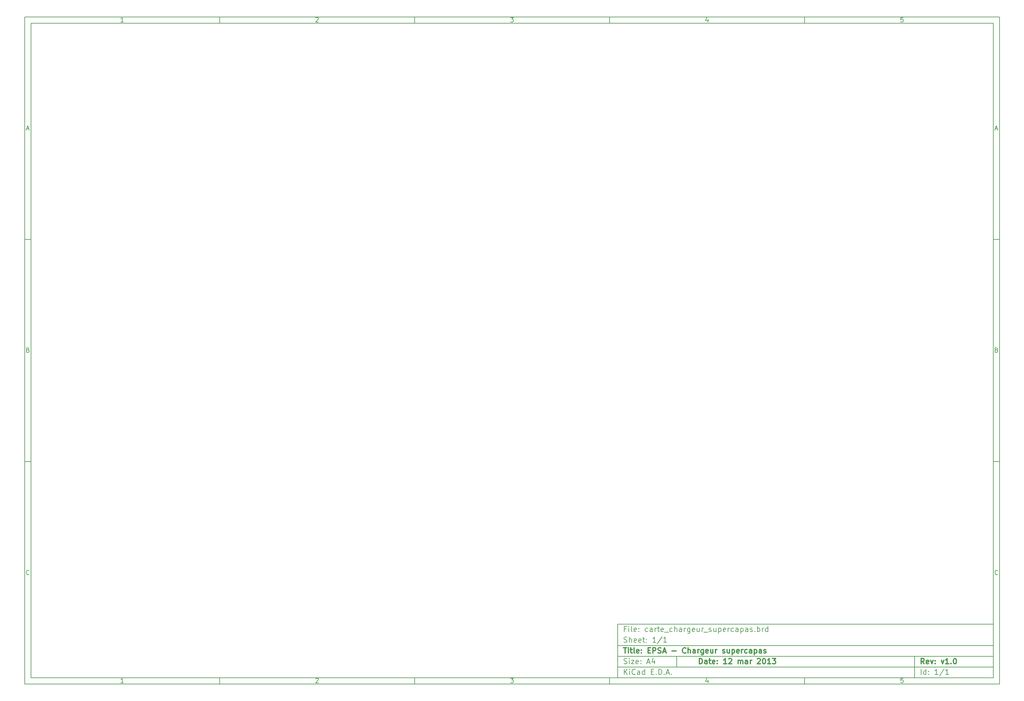
<source format=gbo>
G04 (created by PCBNEW-RS274X (2012-01-19 BZR 3256)-stable) date 12/03/2013 15:56:57*
G01*
G70*
G90*
%MOIN*%
G04 Gerber Fmt 3.4, Leading zero omitted, Abs format*
%FSLAX34Y34*%
G04 APERTURE LIST*
%ADD10C,0.006000*%
%ADD11C,0.012000*%
%ADD12C,0.090000*%
%ADD13R,0.090000X0.090000*%
%ADD14C,0.085000*%
%ADD15C,0.100000*%
%ADD16R,0.110000X0.110000*%
%ADD17C,0.110000*%
%ADD18C,0.095000*%
%ADD19R,0.095000X0.095000*%
%ADD20R,0.110000X0.082000*%
%ADD21O,0.110000X0.082000*%
%ADD22C,0.270000*%
%ADD23R,0.370000X0.370000*%
%ADD24R,0.120000X0.120000*%
%ADD25C,0.120000*%
G04 APERTURE END LIST*
G54D10*
X04000Y-04000D02*
X113000Y-04000D01*
X113000Y-78670D01*
X04000Y-78670D01*
X04000Y-04000D01*
X04700Y-04700D02*
X112300Y-04700D01*
X112300Y-77970D01*
X04700Y-77970D01*
X04700Y-04700D01*
X25800Y-04000D02*
X25800Y-04700D01*
X15043Y-04552D02*
X14757Y-04552D01*
X14900Y-04552D02*
X14900Y-04052D01*
X14852Y-04124D01*
X14805Y-04171D01*
X14757Y-04195D01*
X25800Y-78670D02*
X25800Y-77970D01*
X15043Y-78522D02*
X14757Y-78522D01*
X14900Y-78522D02*
X14900Y-78022D01*
X14852Y-78094D01*
X14805Y-78141D01*
X14757Y-78165D01*
X47600Y-04000D02*
X47600Y-04700D01*
X36557Y-04100D02*
X36581Y-04076D01*
X36629Y-04052D01*
X36748Y-04052D01*
X36795Y-04076D01*
X36819Y-04100D01*
X36843Y-04148D01*
X36843Y-04195D01*
X36819Y-04267D01*
X36533Y-04552D01*
X36843Y-04552D01*
X47600Y-78670D02*
X47600Y-77970D01*
X36557Y-78070D02*
X36581Y-78046D01*
X36629Y-78022D01*
X36748Y-78022D01*
X36795Y-78046D01*
X36819Y-78070D01*
X36843Y-78118D01*
X36843Y-78165D01*
X36819Y-78237D01*
X36533Y-78522D01*
X36843Y-78522D01*
X69400Y-04000D02*
X69400Y-04700D01*
X58333Y-04052D02*
X58643Y-04052D01*
X58476Y-04243D01*
X58548Y-04243D01*
X58595Y-04267D01*
X58619Y-04290D01*
X58643Y-04338D01*
X58643Y-04457D01*
X58619Y-04505D01*
X58595Y-04529D01*
X58548Y-04552D01*
X58405Y-04552D01*
X58357Y-04529D01*
X58333Y-04505D01*
X69400Y-78670D02*
X69400Y-77970D01*
X58333Y-78022D02*
X58643Y-78022D01*
X58476Y-78213D01*
X58548Y-78213D01*
X58595Y-78237D01*
X58619Y-78260D01*
X58643Y-78308D01*
X58643Y-78427D01*
X58619Y-78475D01*
X58595Y-78499D01*
X58548Y-78522D01*
X58405Y-78522D01*
X58357Y-78499D01*
X58333Y-78475D01*
X91200Y-04000D02*
X91200Y-04700D01*
X80395Y-04219D02*
X80395Y-04552D01*
X80276Y-04029D02*
X80157Y-04386D01*
X80467Y-04386D01*
X91200Y-78670D02*
X91200Y-77970D01*
X80395Y-78189D02*
X80395Y-78522D01*
X80276Y-77999D02*
X80157Y-78356D01*
X80467Y-78356D01*
X102219Y-04052D02*
X101981Y-04052D01*
X101957Y-04290D01*
X101981Y-04267D01*
X102029Y-04243D01*
X102148Y-04243D01*
X102195Y-04267D01*
X102219Y-04290D01*
X102243Y-04338D01*
X102243Y-04457D01*
X102219Y-04505D01*
X102195Y-04529D01*
X102148Y-04552D01*
X102029Y-04552D01*
X101981Y-04529D01*
X101957Y-04505D01*
X102219Y-78022D02*
X101981Y-78022D01*
X101957Y-78260D01*
X101981Y-78237D01*
X102029Y-78213D01*
X102148Y-78213D01*
X102195Y-78237D01*
X102219Y-78260D01*
X102243Y-78308D01*
X102243Y-78427D01*
X102219Y-78475D01*
X102195Y-78499D01*
X102148Y-78522D01*
X102029Y-78522D01*
X101981Y-78499D01*
X101957Y-78475D01*
X04000Y-28890D02*
X04700Y-28890D01*
X04231Y-16510D02*
X04469Y-16510D01*
X04184Y-16652D02*
X04350Y-16152D01*
X04517Y-16652D01*
X113000Y-28890D02*
X112300Y-28890D01*
X112531Y-16510D02*
X112769Y-16510D01*
X112484Y-16652D02*
X112650Y-16152D01*
X112817Y-16652D01*
X04000Y-53780D02*
X04700Y-53780D01*
X04386Y-41280D02*
X04457Y-41304D01*
X04481Y-41328D01*
X04505Y-41376D01*
X04505Y-41447D01*
X04481Y-41495D01*
X04457Y-41519D01*
X04410Y-41542D01*
X04219Y-41542D01*
X04219Y-41042D01*
X04386Y-41042D01*
X04433Y-41066D01*
X04457Y-41090D01*
X04481Y-41138D01*
X04481Y-41185D01*
X04457Y-41233D01*
X04433Y-41257D01*
X04386Y-41280D01*
X04219Y-41280D01*
X113000Y-53780D02*
X112300Y-53780D01*
X112686Y-41280D02*
X112757Y-41304D01*
X112781Y-41328D01*
X112805Y-41376D01*
X112805Y-41447D01*
X112781Y-41495D01*
X112757Y-41519D01*
X112710Y-41542D01*
X112519Y-41542D01*
X112519Y-41042D01*
X112686Y-41042D01*
X112733Y-41066D01*
X112757Y-41090D01*
X112781Y-41138D01*
X112781Y-41185D01*
X112757Y-41233D01*
X112733Y-41257D01*
X112686Y-41280D01*
X112519Y-41280D01*
X04505Y-66385D02*
X04481Y-66409D01*
X04410Y-66432D01*
X04362Y-66432D01*
X04290Y-66409D01*
X04243Y-66361D01*
X04219Y-66313D01*
X04195Y-66218D01*
X04195Y-66147D01*
X04219Y-66051D01*
X04243Y-66004D01*
X04290Y-65956D01*
X04362Y-65932D01*
X04410Y-65932D01*
X04481Y-65956D01*
X04505Y-65980D01*
X112805Y-66385D02*
X112781Y-66409D01*
X112710Y-66432D01*
X112662Y-66432D01*
X112590Y-66409D01*
X112543Y-66361D01*
X112519Y-66313D01*
X112495Y-66218D01*
X112495Y-66147D01*
X112519Y-66051D01*
X112543Y-66004D01*
X112590Y-65956D01*
X112662Y-65932D01*
X112710Y-65932D01*
X112781Y-65956D01*
X112805Y-65980D01*
G54D11*
X79443Y-76413D02*
X79443Y-75813D01*
X79586Y-75813D01*
X79671Y-75841D01*
X79729Y-75899D01*
X79757Y-75956D01*
X79786Y-76070D01*
X79786Y-76156D01*
X79757Y-76270D01*
X79729Y-76327D01*
X79671Y-76384D01*
X79586Y-76413D01*
X79443Y-76413D01*
X80300Y-76413D02*
X80300Y-76099D01*
X80271Y-76041D01*
X80214Y-76013D01*
X80100Y-76013D01*
X80043Y-76041D01*
X80300Y-76384D02*
X80243Y-76413D01*
X80100Y-76413D01*
X80043Y-76384D01*
X80014Y-76327D01*
X80014Y-76270D01*
X80043Y-76213D01*
X80100Y-76184D01*
X80243Y-76184D01*
X80300Y-76156D01*
X80500Y-76013D02*
X80729Y-76013D01*
X80586Y-75813D02*
X80586Y-76327D01*
X80614Y-76384D01*
X80672Y-76413D01*
X80729Y-76413D01*
X81157Y-76384D02*
X81100Y-76413D01*
X80986Y-76413D01*
X80929Y-76384D01*
X80900Y-76327D01*
X80900Y-76099D01*
X80929Y-76041D01*
X80986Y-76013D01*
X81100Y-76013D01*
X81157Y-76041D01*
X81186Y-76099D01*
X81186Y-76156D01*
X80900Y-76213D01*
X81443Y-76356D02*
X81471Y-76384D01*
X81443Y-76413D01*
X81414Y-76384D01*
X81443Y-76356D01*
X81443Y-76413D01*
X81443Y-76041D02*
X81471Y-76070D01*
X81443Y-76099D01*
X81414Y-76070D01*
X81443Y-76041D01*
X81443Y-76099D01*
X82500Y-76413D02*
X82157Y-76413D01*
X82329Y-76413D02*
X82329Y-75813D01*
X82272Y-75899D01*
X82214Y-75956D01*
X82157Y-75984D01*
X82728Y-75870D02*
X82757Y-75841D01*
X82814Y-75813D01*
X82957Y-75813D01*
X83014Y-75841D01*
X83043Y-75870D01*
X83071Y-75927D01*
X83071Y-75984D01*
X83043Y-76070D01*
X82700Y-76413D01*
X83071Y-76413D01*
X83785Y-76413D02*
X83785Y-76013D01*
X83785Y-76070D02*
X83813Y-76041D01*
X83871Y-76013D01*
X83956Y-76013D01*
X84013Y-76041D01*
X84042Y-76099D01*
X84042Y-76413D01*
X84042Y-76099D02*
X84071Y-76041D01*
X84128Y-76013D01*
X84213Y-76013D01*
X84271Y-76041D01*
X84299Y-76099D01*
X84299Y-76413D01*
X84842Y-76413D02*
X84842Y-76099D01*
X84813Y-76041D01*
X84756Y-76013D01*
X84642Y-76013D01*
X84585Y-76041D01*
X84842Y-76384D02*
X84785Y-76413D01*
X84642Y-76413D01*
X84585Y-76384D01*
X84556Y-76327D01*
X84556Y-76270D01*
X84585Y-76213D01*
X84642Y-76184D01*
X84785Y-76184D01*
X84842Y-76156D01*
X85128Y-76413D02*
X85128Y-76013D01*
X85128Y-76127D02*
X85156Y-76070D01*
X85185Y-76041D01*
X85242Y-76013D01*
X85299Y-76013D01*
X85927Y-75870D02*
X85956Y-75841D01*
X86013Y-75813D01*
X86156Y-75813D01*
X86213Y-75841D01*
X86242Y-75870D01*
X86270Y-75927D01*
X86270Y-75984D01*
X86242Y-76070D01*
X85899Y-76413D01*
X86270Y-76413D01*
X86641Y-75813D02*
X86698Y-75813D01*
X86755Y-75841D01*
X86784Y-75870D01*
X86813Y-75927D01*
X86841Y-76041D01*
X86841Y-76184D01*
X86813Y-76299D01*
X86784Y-76356D01*
X86755Y-76384D01*
X86698Y-76413D01*
X86641Y-76413D01*
X86584Y-76384D01*
X86555Y-76356D01*
X86527Y-76299D01*
X86498Y-76184D01*
X86498Y-76041D01*
X86527Y-75927D01*
X86555Y-75870D01*
X86584Y-75841D01*
X86641Y-75813D01*
X87412Y-76413D02*
X87069Y-76413D01*
X87241Y-76413D02*
X87241Y-75813D01*
X87184Y-75899D01*
X87126Y-75956D01*
X87069Y-75984D01*
X87612Y-75813D02*
X87983Y-75813D01*
X87783Y-76041D01*
X87869Y-76041D01*
X87926Y-76070D01*
X87955Y-76099D01*
X87983Y-76156D01*
X87983Y-76299D01*
X87955Y-76356D01*
X87926Y-76384D01*
X87869Y-76413D01*
X87697Y-76413D01*
X87640Y-76384D01*
X87612Y-76356D01*
G54D10*
X71043Y-77613D02*
X71043Y-77013D01*
X71386Y-77613D02*
X71129Y-77270D01*
X71386Y-77013D02*
X71043Y-77356D01*
X71643Y-77613D02*
X71643Y-77213D01*
X71643Y-77013D02*
X71614Y-77041D01*
X71643Y-77070D01*
X71671Y-77041D01*
X71643Y-77013D01*
X71643Y-77070D01*
X72272Y-77556D02*
X72243Y-77584D01*
X72157Y-77613D01*
X72100Y-77613D01*
X72015Y-77584D01*
X71957Y-77527D01*
X71929Y-77470D01*
X71900Y-77356D01*
X71900Y-77270D01*
X71929Y-77156D01*
X71957Y-77099D01*
X72015Y-77041D01*
X72100Y-77013D01*
X72157Y-77013D01*
X72243Y-77041D01*
X72272Y-77070D01*
X72786Y-77613D02*
X72786Y-77299D01*
X72757Y-77241D01*
X72700Y-77213D01*
X72586Y-77213D01*
X72529Y-77241D01*
X72786Y-77584D02*
X72729Y-77613D01*
X72586Y-77613D01*
X72529Y-77584D01*
X72500Y-77527D01*
X72500Y-77470D01*
X72529Y-77413D01*
X72586Y-77384D01*
X72729Y-77384D01*
X72786Y-77356D01*
X73329Y-77613D02*
X73329Y-77013D01*
X73329Y-77584D02*
X73272Y-77613D01*
X73158Y-77613D01*
X73100Y-77584D01*
X73072Y-77556D01*
X73043Y-77499D01*
X73043Y-77327D01*
X73072Y-77270D01*
X73100Y-77241D01*
X73158Y-77213D01*
X73272Y-77213D01*
X73329Y-77241D01*
X74072Y-77299D02*
X74272Y-77299D01*
X74358Y-77613D02*
X74072Y-77613D01*
X74072Y-77013D01*
X74358Y-77013D01*
X74615Y-77556D02*
X74643Y-77584D01*
X74615Y-77613D01*
X74586Y-77584D01*
X74615Y-77556D01*
X74615Y-77613D01*
X74901Y-77613D02*
X74901Y-77013D01*
X75044Y-77013D01*
X75129Y-77041D01*
X75187Y-77099D01*
X75215Y-77156D01*
X75244Y-77270D01*
X75244Y-77356D01*
X75215Y-77470D01*
X75187Y-77527D01*
X75129Y-77584D01*
X75044Y-77613D01*
X74901Y-77613D01*
X75501Y-77556D02*
X75529Y-77584D01*
X75501Y-77613D01*
X75472Y-77584D01*
X75501Y-77556D01*
X75501Y-77613D01*
X75758Y-77441D02*
X76044Y-77441D01*
X75701Y-77613D02*
X75901Y-77013D01*
X76101Y-77613D01*
X76301Y-77556D02*
X76329Y-77584D01*
X76301Y-77613D01*
X76272Y-77584D01*
X76301Y-77556D01*
X76301Y-77613D01*
G54D11*
X104586Y-76413D02*
X104386Y-76127D01*
X104243Y-76413D02*
X104243Y-75813D01*
X104471Y-75813D01*
X104529Y-75841D01*
X104557Y-75870D01*
X104586Y-75927D01*
X104586Y-76013D01*
X104557Y-76070D01*
X104529Y-76099D01*
X104471Y-76127D01*
X104243Y-76127D01*
X105071Y-76384D02*
X105014Y-76413D01*
X104900Y-76413D01*
X104843Y-76384D01*
X104814Y-76327D01*
X104814Y-76099D01*
X104843Y-76041D01*
X104900Y-76013D01*
X105014Y-76013D01*
X105071Y-76041D01*
X105100Y-76099D01*
X105100Y-76156D01*
X104814Y-76213D01*
X105300Y-76013D02*
X105443Y-76413D01*
X105585Y-76013D01*
X105814Y-76356D02*
X105842Y-76384D01*
X105814Y-76413D01*
X105785Y-76384D01*
X105814Y-76356D01*
X105814Y-76413D01*
X105814Y-76041D02*
X105842Y-76070D01*
X105814Y-76099D01*
X105785Y-76070D01*
X105814Y-76041D01*
X105814Y-76099D01*
X106500Y-76013D02*
X106643Y-76413D01*
X106785Y-76013D01*
X107328Y-76413D02*
X106985Y-76413D01*
X107157Y-76413D02*
X107157Y-75813D01*
X107100Y-75899D01*
X107042Y-75956D01*
X106985Y-75984D01*
X107585Y-76356D02*
X107613Y-76384D01*
X107585Y-76413D01*
X107556Y-76384D01*
X107585Y-76356D01*
X107585Y-76413D01*
X107985Y-75813D02*
X108042Y-75813D01*
X108099Y-75841D01*
X108128Y-75870D01*
X108157Y-75927D01*
X108185Y-76041D01*
X108185Y-76184D01*
X108157Y-76299D01*
X108128Y-76356D01*
X108099Y-76384D01*
X108042Y-76413D01*
X107985Y-76413D01*
X107928Y-76384D01*
X107899Y-76356D01*
X107871Y-76299D01*
X107842Y-76184D01*
X107842Y-76041D01*
X107871Y-75927D01*
X107899Y-75870D01*
X107928Y-75841D01*
X107985Y-75813D01*
G54D10*
X71014Y-76384D02*
X71100Y-76413D01*
X71243Y-76413D01*
X71300Y-76384D01*
X71329Y-76356D01*
X71357Y-76299D01*
X71357Y-76241D01*
X71329Y-76184D01*
X71300Y-76156D01*
X71243Y-76127D01*
X71129Y-76099D01*
X71071Y-76070D01*
X71043Y-76041D01*
X71014Y-75984D01*
X71014Y-75927D01*
X71043Y-75870D01*
X71071Y-75841D01*
X71129Y-75813D01*
X71271Y-75813D01*
X71357Y-75841D01*
X71614Y-76413D02*
X71614Y-76013D01*
X71614Y-75813D02*
X71585Y-75841D01*
X71614Y-75870D01*
X71642Y-75841D01*
X71614Y-75813D01*
X71614Y-75870D01*
X71843Y-76013D02*
X72157Y-76013D01*
X71843Y-76413D01*
X72157Y-76413D01*
X72614Y-76384D02*
X72557Y-76413D01*
X72443Y-76413D01*
X72386Y-76384D01*
X72357Y-76327D01*
X72357Y-76099D01*
X72386Y-76041D01*
X72443Y-76013D01*
X72557Y-76013D01*
X72614Y-76041D01*
X72643Y-76099D01*
X72643Y-76156D01*
X72357Y-76213D01*
X72900Y-76356D02*
X72928Y-76384D01*
X72900Y-76413D01*
X72871Y-76384D01*
X72900Y-76356D01*
X72900Y-76413D01*
X72900Y-76041D02*
X72928Y-76070D01*
X72900Y-76099D01*
X72871Y-76070D01*
X72900Y-76041D01*
X72900Y-76099D01*
X73614Y-76241D02*
X73900Y-76241D01*
X73557Y-76413D02*
X73757Y-75813D01*
X73957Y-76413D01*
X74414Y-76013D02*
X74414Y-76413D01*
X74271Y-75784D02*
X74128Y-76213D01*
X74500Y-76213D01*
X104243Y-77613D02*
X104243Y-77013D01*
X104786Y-77613D02*
X104786Y-77013D01*
X104786Y-77584D02*
X104729Y-77613D01*
X104615Y-77613D01*
X104557Y-77584D01*
X104529Y-77556D01*
X104500Y-77499D01*
X104500Y-77327D01*
X104529Y-77270D01*
X104557Y-77241D01*
X104615Y-77213D01*
X104729Y-77213D01*
X104786Y-77241D01*
X105072Y-77556D02*
X105100Y-77584D01*
X105072Y-77613D01*
X105043Y-77584D01*
X105072Y-77556D01*
X105072Y-77613D01*
X105072Y-77241D02*
X105100Y-77270D01*
X105072Y-77299D01*
X105043Y-77270D01*
X105072Y-77241D01*
X105072Y-77299D01*
X106129Y-77613D02*
X105786Y-77613D01*
X105958Y-77613D02*
X105958Y-77013D01*
X105901Y-77099D01*
X105843Y-77156D01*
X105786Y-77184D01*
X106814Y-76984D02*
X106300Y-77756D01*
X107329Y-77613D02*
X106986Y-77613D01*
X107158Y-77613D02*
X107158Y-77013D01*
X107101Y-77099D01*
X107043Y-77156D01*
X106986Y-77184D01*
G54D11*
X70957Y-74613D02*
X71300Y-74613D01*
X71129Y-75213D02*
X71129Y-74613D01*
X71500Y-75213D02*
X71500Y-74813D01*
X71500Y-74613D02*
X71471Y-74641D01*
X71500Y-74670D01*
X71528Y-74641D01*
X71500Y-74613D01*
X71500Y-74670D01*
X71700Y-74813D02*
X71929Y-74813D01*
X71786Y-74613D02*
X71786Y-75127D01*
X71814Y-75184D01*
X71872Y-75213D01*
X71929Y-75213D01*
X72215Y-75213D02*
X72157Y-75184D01*
X72129Y-75127D01*
X72129Y-74613D01*
X72671Y-75184D02*
X72614Y-75213D01*
X72500Y-75213D01*
X72443Y-75184D01*
X72414Y-75127D01*
X72414Y-74899D01*
X72443Y-74841D01*
X72500Y-74813D01*
X72614Y-74813D01*
X72671Y-74841D01*
X72700Y-74899D01*
X72700Y-74956D01*
X72414Y-75013D01*
X72957Y-75156D02*
X72985Y-75184D01*
X72957Y-75213D01*
X72928Y-75184D01*
X72957Y-75156D01*
X72957Y-75213D01*
X72957Y-74841D02*
X72985Y-74870D01*
X72957Y-74899D01*
X72928Y-74870D01*
X72957Y-74841D01*
X72957Y-74899D01*
X73700Y-74899D02*
X73900Y-74899D01*
X73986Y-75213D02*
X73700Y-75213D01*
X73700Y-74613D01*
X73986Y-74613D01*
X74243Y-75213D02*
X74243Y-74613D01*
X74471Y-74613D01*
X74529Y-74641D01*
X74557Y-74670D01*
X74586Y-74727D01*
X74586Y-74813D01*
X74557Y-74870D01*
X74529Y-74899D01*
X74471Y-74927D01*
X74243Y-74927D01*
X74814Y-75184D02*
X74900Y-75213D01*
X75043Y-75213D01*
X75100Y-75184D01*
X75129Y-75156D01*
X75157Y-75099D01*
X75157Y-75041D01*
X75129Y-74984D01*
X75100Y-74956D01*
X75043Y-74927D01*
X74929Y-74899D01*
X74871Y-74870D01*
X74843Y-74841D01*
X74814Y-74784D01*
X74814Y-74727D01*
X74843Y-74670D01*
X74871Y-74641D01*
X74929Y-74613D01*
X75071Y-74613D01*
X75157Y-74641D01*
X75385Y-75041D02*
X75671Y-75041D01*
X75328Y-75213D02*
X75528Y-74613D01*
X75728Y-75213D01*
X76385Y-74984D02*
X76842Y-74984D01*
X77928Y-75156D02*
X77899Y-75184D01*
X77813Y-75213D01*
X77756Y-75213D01*
X77671Y-75184D01*
X77613Y-75127D01*
X77585Y-75070D01*
X77556Y-74956D01*
X77556Y-74870D01*
X77585Y-74756D01*
X77613Y-74699D01*
X77671Y-74641D01*
X77756Y-74613D01*
X77813Y-74613D01*
X77899Y-74641D01*
X77928Y-74670D01*
X78185Y-75213D02*
X78185Y-74613D01*
X78442Y-75213D02*
X78442Y-74899D01*
X78413Y-74841D01*
X78356Y-74813D01*
X78271Y-74813D01*
X78213Y-74841D01*
X78185Y-74870D01*
X78985Y-75213D02*
X78985Y-74899D01*
X78956Y-74841D01*
X78899Y-74813D01*
X78785Y-74813D01*
X78728Y-74841D01*
X78985Y-75184D02*
X78928Y-75213D01*
X78785Y-75213D01*
X78728Y-75184D01*
X78699Y-75127D01*
X78699Y-75070D01*
X78728Y-75013D01*
X78785Y-74984D01*
X78928Y-74984D01*
X78985Y-74956D01*
X79271Y-75213D02*
X79271Y-74813D01*
X79271Y-74927D02*
X79299Y-74870D01*
X79328Y-74841D01*
X79385Y-74813D01*
X79442Y-74813D01*
X79899Y-74813D02*
X79899Y-75299D01*
X79870Y-75356D01*
X79842Y-75384D01*
X79785Y-75413D01*
X79699Y-75413D01*
X79642Y-75384D01*
X79899Y-75184D02*
X79842Y-75213D01*
X79728Y-75213D01*
X79670Y-75184D01*
X79642Y-75156D01*
X79613Y-75099D01*
X79613Y-74927D01*
X79642Y-74870D01*
X79670Y-74841D01*
X79728Y-74813D01*
X79842Y-74813D01*
X79899Y-74841D01*
X80413Y-75184D02*
X80356Y-75213D01*
X80242Y-75213D01*
X80185Y-75184D01*
X80156Y-75127D01*
X80156Y-74899D01*
X80185Y-74841D01*
X80242Y-74813D01*
X80356Y-74813D01*
X80413Y-74841D01*
X80442Y-74899D01*
X80442Y-74956D01*
X80156Y-75013D01*
X80956Y-74813D02*
X80956Y-75213D01*
X80699Y-74813D02*
X80699Y-75127D01*
X80727Y-75184D01*
X80785Y-75213D01*
X80870Y-75213D01*
X80927Y-75184D01*
X80956Y-75156D01*
X81242Y-75213D02*
X81242Y-74813D01*
X81242Y-74927D02*
X81270Y-74870D01*
X81299Y-74841D01*
X81356Y-74813D01*
X81413Y-74813D01*
X82041Y-75184D02*
X82098Y-75213D01*
X82213Y-75213D01*
X82270Y-75184D01*
X82298Y-75127D01*
X82298Y-75099D01*
X82270Y-75041D01*
X82213Y-75013D01*
X82127Y-75013D01*
X82070Y-74984D01*
X82041Y-74927D01*
X82041Y-74899D01*
X82070Y-74841D01*
X82127Y-74813D01*
X82213Y-74813D01*
X82270Y-74841D01*
X82813Y-74813D02*
X82813Y-75213D01*
X82556Y-74813D02*
X82556Y-75127D01*
X82584Y-75184D01*
X82642Y-75213D01*
X82727Y-75213D01*
X82784Y-75184D01*
X82813Y-75156D01*
X83099Y-74813D02*
X83099Y-75413D01*
X83099Y-74841D02*
X83156Y-74813D01*
X83270Y-74813D01*
X83327Y-74841D01*
X83356Y-74870D01*
X83385Y-74927D01*
X83385Y-75099D01*
X83356Y-75156D01*
X83327Y-75184D01*
X83270Y-75213D01*
X83156Y-75213D01*
X83099Y-75184D01*
X83870Y-75184D02*
X83813Y-75213D01*
X83699Y-75213D01*
X83642Y-75184D01*
X83613Y-75127D01*
X83613Y-74899D01*
X83642Y-74841D01*
X83699Y-74813D01*
X83813Y-74813D01*
X83870Y-74841D01*
X83899Y-74899D01*
X83899Y-74956D01*
X83613Y-75013D01*
X84156Y-75213D02*
X84156Y-74813D01*
X84156Y-74927D02*
X84184Y-74870D01*
X84213Y-74841D01*
X84270Y-74813D01*
X84327Y-74813D01*
X84784Y-75184D02*
X84727Y-75213D01*
X84613Y-75213D01*
X84555Y-75184D01*
X84527Y-75156D01*
X84498Y-75099D01*
X84498Y-74927D01*
X84527Y-74870D01*
X84555Y-74841D01*
X84613Y-74813D01*
X84727Y-74813D01*
X84784Y-74841D01*
X85298Y-75213D02*
X85298Y-74899D01*
X85269Y-74841D01*
X85212Y-74813D01*
X85098Y-74813D01*
X85041Y-74841D01*
X85298Y-75184D02*
X85241Y-75213D01*
X85098Y-75213D01*
X85041Y-75184D01*
X85012Y-75127D01*
X85012Y-75070D01*
X85041Y-75013D01*
X85098Y-74984D01*
X85241Y-74984D01*
X85298Y-74956D01*
X85584Y-74813D02*
X85584Y-75413D01*
X85584Y-74841D02*
X85641Y-74813D01*
X85755Y-74813D01*
X85812Y-74841D01*
X85841Y-74870D01*
X85870Y-74927D01*
X85870Y-75099D01*
X85841Y-75156D01*
X85812Y-75184D01*
X85755Y-75213D01*
X85641Y-75213D01*
X85584Y-75184D01*
X86384Y-75213D02*
X86384Y-74899D01*
X86355Y-74841D01*
X86298Y-74813D01*
X86184Y-74813D01*
X86127Y-74841D01*
X86384Y-75184D02*
X86327Y-75213D01*
X86184Y-75213D01*
X86127Y-75184D01*
X86098Y-75127D01*
X86098Y-75070D01*
X86127Y-75013D01*
X86184Y-74984D01*
X86327Y-74984D01*
X86384Y-74956D01*
X86641Y-75184D02*
X86698Y-75213D01*
X86813Y-75213D01*
X86870Y-75184D01*
X86898Y-75127D01*
X86898Y-75099D01*
X86870Y-75041D01*
X86813Y-75013D01*
X86727Y-75013D01*
X86670Y-74984D01*
X86641Y-74927D01*
X86641Y-74899D01*
X86670Y-74841D01*
X86727Y-74813D01*
X86813Y-74813D01*
X86870Y-74841D01*
G54D10*
X71243Y-72499D02*
X71043Y-72499D01*
X71043Y-72813D02*
X71043Y-72213D01*
X71329Y-72213D01*
X71557Y-72813D02*
X71557Y-72413D01*
X71557Y-72213D02*
X71528Y-72241D01*
X71557Y-72270D01*
X71585Y-72241D01*
X71557Y-72213D01*
X71557Y-72270D01*
X71929Y-72813D02*
X71871Y-72784D01*
X71843Y-72727D01*
X71843Y-72213D01*
X72385Y-72784D02*
X72328Y-72813D01*
X72214Y-72813D01*
X72157Y-72784D01*
X72128Y-72727D01*
X72128Y-72499D01*
X72157Y-72441D01*
X72214Y-72413D01*
X72328Y-72413D01*
X72385Y-72441D01*
X72414Y-72499D01*
X72414Y-72556D01*
X72128Y-72613D01*
X72671Y-72756D02*
X72699Y-72784D01*
X72671Y-72813D01*
X72642Y-72784D01*
X72671Y-72756D01*
X72671Y-72813D01*
X72671Y-72441D02*
X72699Y-72470D01*
X72671Y-72499D01*
X72642Y-72470D01*
X72671Y-72441D01*
X72671Y-72499D01*
X73671Y-72784D02*
X73614Y-72813D01*
X73500Y-72813D01*
X73442Y-72784D01*
X73414Y-72756D01*
X73385Y-72699D01*
X73385Y-72527D01*
X73414Y-72470D01*
X73442Y-72441D01*
X73500Y-72413D01*
X73614Y-72413D01*
X73671Y-72441D01*
X74185Y-72813D02*
X74185Y-72499D01*
X74156Y-72441D01*
X74099Y-72413D01*
X73985Y-72413D01*
X73928Y-72441D01*
X74185Y-72784D02*
X74128Y-72813D01*
X73985Y-72813D01*
X73928Y-72784D01*
X73899Y-72727D01*
X73899Y-72670D01*
X73928Y-72613D01*
X73985Y-72584D01*
X74128Y-72584D01*
X74185Y-72556D01*
X74471Y-72813D02*
X74471Y-72413D01*
X74471Y-72527D02*
X74499Y-72470D01*
X74528Y-72441D01*
X74585Y-72413D01*
X74642Y-72413D01*
X74756Y-72413D02*
X74985Y-72413D01*
X74842Y-72213D02*
X74842Y-72727D01*
X74870Y-72784D01*
X74928Y-72813D01*
X74985Y-72813D01*
X75413Y-72784D02*
X75356Y-72813D01*
X75242Y-72813D01*
X75185Y-72784D01*
X75156Y-72727D01*
X75156Y-72499D01*
X75185Y-72441D01*
X75242Y-72413D01*
X75356Y-72413D01*
X75413Y-72441D01*
X75442Y-72499D01*
X75442Y-72556D01*
X75156Y-72613D01*
X75556Y-72870D02*
X76013Y-72870D01*
X76413Y-72784D02*
X76356Y-72813D01*
X76242Y-72813D01*
X76184Y-72784D01*
X76156Y-72756D01*
X76127Y-72699D01*
X76127Y-72527D01*
X76156Y-72470D01*
X76184Y-72441D01*
X76242Y-72413D01*
X76356Y-72413D01*
X76413Y-72441D01*
X76670Y-72813D02*
X76670Y-72213D01*
X76927Y-72813D02*
X76927Y-72499D01*
X76898Y-72441D01*
X76841Y-72413D01*
X76756Y-72413D01*
X76698Y-72441D01*
X76670Y-72470D01*
X77470Y-72813D02*
X77470Y-72499D01*
X77441Y-72441D01*
X77384Y-72413D01*
X77270Y-72413D01*
X77213Y-72441D01*
X77470Y-72784D02*
X77413Y-72813D01*
X77270Y-72813D01*
X77213Y-72784D01*
X77184Y-72727D01*
X77184Y-72670D01*
X77213Y-72613D01*
X77270Y-72584D01*
X77413Y-72584D01*
X77470Y-72556D01*
X77756Y-72813D02*
X77756Y-72413D01*
X77756Y-72527D02*
X77784Y-72470D01*
X77813Y-72441D01*
X77870Y-72413D01*
X77927Y-72413D01*
X78384Y-72413D02*
X78384Y-72899D01*
X78355Y-72956D01*
X78327Y-72984D01*
X78270Y-73013D01*
X78184Y-73013D01*
X78127Y-72984D01*
X78384Y-72784D02*
X78327Y-72813D01*
X78213Y-72813D01*
X78155Y-72784D01*
X78127Y-72756D01*
X78098Y-72699D01*
X78098Y-72527D01*
X78127Y-72470D01*
X78155Y-72441D01*
X78213Y-72413D01*
X78327Y-72413D01*
X78384Y-72441D01*
X78898Y-72784D02*
X78841Y-72813D01*
X78727Y-72813D01*
X78670Y-72784D01*
X78641Y-72727D01*
X78641Y-72499D01*
X78670Y-72441D01*
X78727Y-72413D01*
X78841Y-72413D01*
X78898Y-72441D01*
X78927Y-72499D01*
X78927Y-72556D01*
X78641Y-72613D01*
X79441Y-72413D02*
X79441Y-72813D01*
X79184Y-72413D02*
X79184Y-72727D01*
X79212Y-72784D01*
X79270Y-72813D01*
X79355Y-72813D01*
X79412Y-72784D01*
X79441Y-72756D01*
X79727Y-72813D02*
X79727Y-72413D01*
X79727Y-72527D02*
X79755Y-72470D01*
X79784Y-72441D01*
X79841Y-72413D01*
X79898Y-72413D01*
X79955Y-72870D02*
X80412Y-72870D01*
X80526Y-72784D02*
X80583Y-72813D01*
X80698Y-72813D01*
X80755Y-72784D01*
X80783Y-72727D01*
X80783Y-72699D01*
X80755Y-72641D01*
X80698Y-72613D01*
X80612Y-72613D01*
X80555Y-72584D01*
X80526Y-72527D01*
X80526Y-72499D01*
X80555Y-72441D01*
X80612Y-72413D01*
X80698Y-72413D01*
X80755Y-72441D01*
X81298Y-72413D02*
X81298Y-72813D01*
X81041Y-72413D02*
X81041Y-72727D01*
X81069Y-72784D01*
X81127Y-72813D01*
X81212Y-72813D01*
X81269Y-72784D01*
X81298Y-72756D01*
X81584Y-72413D02*
X81584Y-73013D01*
X81584Y-72441D02*
X81641Y-72413D01*
X81755Y-72413D01*
X81812Y-72441D01*
X81841Y-72470D01*
X81870Y-72527D01*
X81870Y-72699D01*
X81841Y-72756D01*
X81812Y-72784D01*
X81755Y-72813D01*
X81641Y-72813D01*
X81584Y-72784D01*
X82355Y-72784D02*
X82298Y-72813D01*
X82184Y-72813D01*
X82127Y-72784D01*
X82098Y-72727D01*
X82098Y-72499D01*
X82127Y-72441D01*
X82184Y-72413D01*
X82298Y-72413D01*
X82355Y-72441D01*
X82384Y-72499D01*
X82384Y-72556D01*
X82098Y-72613D01*
X82641Y-72813D02*
X82641Y-72413D01*
X82641Y-72527D02*
X82669Y-72470D01*
X82698Y-72441D01*
X82755Y-72413D01*
X82812Y-72413D01*
X83269Y-72784D02*
X83212Y-72813D01*
X83098Y-72813D01*
X83040Y-72784D01*
X83012Y-72756D01*
X82983Y-72699D01*
X82983Y-72527D01*
X83012Y-72470D01*
X83040Y-72441D01*
X83098Y-72413D01*
X83212Y-72413D01*
X83269Y-72441D01*
X83783Y-72813D02*
X83783Y-72499D01*
X83754Y-72441D01*
X83697Y-72413D01*
X83583Y-72413D01*
X83526Y-72441D01*
X83783Y-72784D02*
X83726Y-72813D01*
X83583Y-72813D01*
X83526Y-72784D01*
X83497Y-72727D01*
X83497Y-72670D01*
X83526Y-72613D01*
X83583Y-72584D01*
X83726Y-72584D01*
X83783Y-72556D01*
X84069Y-72413D02*
X84069Y-73013D01*
X84069Y-72441D02*
X84126Y-72413D01*
X84240Y-72413D01*
X84297Y-72441D01*
X84326Y-72470D01*
X84355Y-72527D01*
X84355Y-72699D01*
X84326Y-72756D01*
X84297Y-72784D01*
X84240Y-72813D01*
X84126Y-72813D01*
X84069Y-72784D01*
X84869Y-72813D02*
X84869Y-72499D01*
X84840Y-72441D01*
X84783Y-72413D01*
X84669Y-72413D01*
X84612Y-72441D01*
X84869Y-72784D02*
X84812Y-72813D01*
X84669Y-72813D01*
X84612Y-72784D01*
X84583Y-72727D01*
X84583Y-72670D01*
X84612Y-72613D01*
X84669Y-72584D01*
X84812Y-72584D01*
X84869Y-72556D01*
X85126Y-72784D02*
X85183Y-72813D01*
X85298Y-72813D01*
X85355Y-72784D01*
X85383Y-72727D01*
X85383Y-72699D01*
X85355Y-72641D01*
X85298Y-72613D01*
X85212Y-72613D01*
X85155Y-72584D01*
X85126Y-72527D01*
X85126Y-72499D01*
X85155Y-72441D01*
X85212Y-72413D01*
X85298Y-72413D01*
X85355Y-72441D01*
X85641Y-72756D02*
X85669Y-72784D01*
X85641Y-72813D01*
X85612Y-72784D01*
X85641Y-72756D01*
X85641Y-72813D01*
X85927Y-72813D02*
X85927Y-72213D01*
X85927Y-72441D02*
X85984Y-72413D01*
X86098Y-72413D01*
X86155Y-72441D01*
X86184Y-72470D01*
X86213Y-72527D01*
X86213Y-72699D01*
X86184Y-72756D01*
X86155Y-72784D01*
X86098Y-72813D01*
X85984Y-72813D01*
X85927Y-72784D01*
X86470Y-72813D02*
X86470Y-72413D01*
X86470Y-72527D02*
X86498Y-72470D01*
X86527Y-72441D01*
X86584Y-72413D01*
X86641Y-72413D01*
X87098Y-72813D02*
X87098Y-72213D01*
X87098Y-72784D02*
X87041Y-72813D01*
X86927Y-72813D01*
X86869Y-72784D01*
X86841Y-72756D01*
X86812Y-72699D01*
X86812Y-72527D01*
X86841Y-72470D01*
X86869Y-72441D01*
X86927Y-72413D01*
X87041Y-72413D01*
X87098Y-72441D01*
X71014Y-73984D02*
X71100Y-74013D01*
X71243Y-74013D01*
X71300Y-73984D01*
X71329Y-73956D01*
X71357Y-73899D01*
X71357Y-73841D01*
X71329Y-73784D01*
X71300Y-73756D01*
X71243Y-73727D01*
X71129Y-73699D01*
X71071Y-73670D01*
X71043Y-73641D01*
X71014Y-73584D01*
X71014Y-73527D01*
X71043Y-73470D01*
X71071Y-73441D01*
X71129Y-73413D01*
X71271Y-73413D01*
X71357Y-73441D01*
X71614Y-74013D02*
X71614Y-73413D01*
X71871Y-74013D02*
X71871Y-73699D01*
X71842Y-73641D01*
X71785Y-73613D01*
X71700Y-73613D01*
X71642Y-73641D01*
X71614Y-73670D01*
X72385Y-73984D02*
X72328Y-74013D01*
X72214Y-74013D01*
X72157Y-73984D01*
X72128Y-73927D01*
X72128Y-73699D01*
X72157Y-73641D01*
X72214Y-73613D01*
X72328Y-73613D01*
X72385Y-73641D01*
X72414Y-73699D01*
X72414Y-73756D01*
X72128Y-73813D01*
X72899Y-73984D02*
X72842Y-74013D01*
X72728Y-74013D01*
X72671Y-73984D01*
X72642Y-73927D01*
X72642Y-73699D01*
X72671Y-73641D01*
X72728Y-73613D01*
X72842Y-73613D01*
X72899Y-73641D01*
X72928Y-73699D01*
X72928Y-73756D01*
X72642Y-73813D01*
X73099Y-73613D02*
X73328Y-73613D01*
X73185Y-73413D02*
X73185Y-73927D01*
X73213Y-73984D01*
X73271Y-74013D01*
X73328Y-74013D01*
X73528Y-73956D02*
X73556Y-73984D01*
X73528Y-74013D01*
X73499Y-73984D01*
X73528Y-73956D01*
X73528Y-74013D01*
X73528Y-73641D02*
X73556Y-73670D01*
X73528Y-73699D01*
X73499Y-73670D01*
X73528Y-73641D01*
X73528Y-73699D01*
X74585Y-74013D02*
X74242Y-74013D01*
X74414Y-74013D02*
X74414Y-73413D01*
X74357Y-73499D01*
X74299Y-73556D01*
X74242Y-73584D01*
X75270Y-73384D02*
X74756Y-74156D01*
X75785Y-74013D02*
X75442Y-74013D01*
X75614Y-74013D02*
X75614Y-73413D01*
X75557Y-73499D01*
X75499Y-73556D01*
X75442Y-73584D01*
X70300Y-71970D02*
X70300Y-77970D01*
X70300Y-71970D02*
X112300Y-71970D01*
X70300Y-71970D02*
X112300Y-71970D01*
X70300Y-74370D02*
X112300Y-74370D01*
X103500Y-75570D02*
X103500Y-77970D01*
X70300Y-76770D02*
X112300Y-76770D01*
X70300Y-75570D02*
X112300Y-75570D01*
X76900Y-75570D02*
X76900Y-76770D01*
%LPC*%
G54D12*
X60750Y-52250D03*
X60750Y-51250D03*
X60750Y-50250D03*
X60750Y-44250D03*
X60750Y-42250D03*
X54750Y-42250D03*
X54750Y-44250D03*
X54750Y-50250D03*
X54750Y-51250D03*
G54D13*
X83250Y-26750D03*
G54D14*
X83250Y-27750D03*
X84250Y-27750D03*
G54D13*
X83250Y-20750D03*
G54D14*
X83250Y-21750D03*
X84250Y-21750D03*
G54D13*
X83250Y-38750D03*
G54D14*
X83250Y-39750D03*
X84250Y-39750D03*
G54D15*
X66000Y-19750D03*
X65000Y-23750D03*
X64000Y-19750D03*
X57500Y-26500D03*
X53500Y-25500D03*
X57500Y-24500D03*
X57500Y-23250D03*
X53500Y-22250D03*
X57500Y-21250D03*
X57500Y-33000D03*
X53500Y-32000D03*
X57500Y-31000D03*
X57500Y-29750D03*
X53500Y-28750D03*
X57500Y-27750D03*
X57500Y-36250D03*
X53500Y-35250D03*
X57500Y-34250D03*
X69250Y-19750D03*
X68250Y-23750D03*
X67250Y-19750D03*
X57500Y-39500D03*
X53500Y-38500D03*
X57500Y-37500D03*
G54D16*
X87500Y-51250D03*
G54D17*
X87500Y-54250D03*
X93996Y-54250D03*
X96752Y-54250D03*
X95374Y-51250D03*
G54D16*
X87500Y-33250D03*
G54D17*
X87500Y-36250D03*
X93996Y-36250D03*
X96752Y-36250D03*
X95374Y-33250D03*
G54D16*
X87500Y-39250D03*
G54D17*
X87500Y-42250D03*
X93996Y-42250D03*
X96752Y-42250D03*
X95374Y-39250D03*
G54D16*
X87500Y-21250D03*
G54D17*
X87500Y-24250D03*
X93996Y-24250D03*
X96752Y-24250D03*
X95374Y-21250D03*
G54D16*
X87500Y-27250D03*
G54D17*
X87500Y-30250D03*
X93996Y-30250D03*
X96752Y-30250D03*
X95374Y-27250D03*
G54D12*
X62750Y-54750D03*
X69750Y-54750D03*
X67500Y-40500D03*
X70500Y-40500D03*
G54D18*
X64500Y-51500D03*
X70500Y-51500D03*
X64500Y-43500D03*
X67500Y-43500D03*
G54D19*
X70500Y-43500D03*
G54D18*
X51500Y-32750D03*
X51500Y-31750D03*
X51500Y-33750D03*
X51500Y-34750D03*
X51500Y-30750D03*
X51500Y-29750D03*
G54D19*
X51500Y-27750D03*
G54D18*
X51500Y-28750D03*
G54D20*
X66250Y-36000D03*
G54D21*
X66250Y-35000D03*
X66250Y-34000D03*
X66250Y-33000D03*
X66250Y-32000D03*
X66250Y-31000D03*
X66250Y-30000D03*
X63250Y-30000D03*
X63250Y-31000D03*
X63250Y-32000D03*
X63250Y-33000D03*
X63250Y-34000D03*
X63250Y-35000D03*
X63250Y-36000D03*
G54D18*
X80000Y-28750D03*
G54D19*
X80000Y-24750D03*
G54D18*
X85750Y-26750D03*
G54D19*
X85750Y-30750D03*
G54D18*
X85750Y-20750D03*
G54D19*
X85750Y-24750D03*
G54D18*
X85750Y-50750D03*
G54D19*
X85750Y-54750D03*
G54D18*
X85750Y-38750D03*
G54D19*
X85750Y-42750D03*
G54D13*
X60500Y-54750D03*
G54D14*
X60500Y-55750D03*
G54D13*
X70000Y-33000D03*
G54D12*
X70000Y-34000D03*
G54D14*
X57500Y-54750D03*
X57500Y-55750D03*
G54D12*
X68250Y-33000D03*
X68250Y-34000D03*
G54D18*
X85750Y-44750D03*
G54D19*
X85750Y-48750D03*
G54D13*
X74000Y-23500D03*
G54D12*
X73000Y-23500D03*
X73000Y-24500D03*
G54D15*
X62750Y-19750D03*
X61750Y-23750D03*
X60750Y-19750D03*
G54D12*
X84500Y-24750D03*
X81500Y-24750D03*
X78500Y-24250D03*
X75500Y-24250D03*
X84500Y-36750D03*
X81500Y-36750D03*
G54D18*
X93750Y-57000D03*
G54D19*
X89750Y-57000D03*
G54D18*
X93750Y-60250D03*
G54D19*
X89750Y-60250D03*
G54D16*
X87500Y-45250D03*
G54D17*
X87500Y-48250D03*
X93500Y-45250D03*
X93500Y-48250D03*
X95500Y-45250D03*
X95500Y-48250D03*
X97500Y-45250D03*
X97500Y-48250D03*
G54D13*
X83250Y-32750D03*
G54D14*
X83250Y-33750D03*
X84250Y-33750D03*
G54D13*
X80000Y-20750D03*
G54D14*
X80000Y-21750D03*
X81000Y-21750D03*
G54D12*
X75500Y-23250D03*
X78500Y-23250D03*
X84500Y-42750D03*
X81500Y-42750D03*
X71250Y-23500D03*
X71250Y-26500D03*
X84500Y-30750D03*
X81500Y-30750D03*
G54D20*
X74000Y-30000D03*
G54D21*
X74000Y-31000D03*
X74000Y-32000D03*
X74000Y-33000D03*
X74000Y-34000D03*
X74000Y-35000D03*
X74000Y-36000D03*
X77000Y-36000D03*
X77000Y-35000D03*
X77000Y-34000D03*
X77000Y-33000D03*
X77000Y-32000D03*
X77000Y-31000D03*
X77000Y-30000D03*
G54D20*
X74000Y-38500D03*
G54D21*
X74000Y-39500D03*
X74000Y-40500D03*
X74000Y-41500D03*
X74000Y-42500D03*
X74000Y-43500D03*
X74000Y-44500D03*
X77000Y-44500D03*
X77000Y-43500D03*
X77000Y-42500D03*
X77000Y-41500D03*
X77000Y-40500D03*
X77000Y-39500D03*
X77000Y-38500D03*
G54D18*
X85750Y-32750D03*
G54D19*
X85750Y-36750D03*
G54D13*
X82500Y-47000D03*
G54D12*
X82500Y-45000D03*
G54D13*
X79500Y-49250D03*
G54D12*
X79500Y-48250D03*
X76000Y-48250D03*
X75000Y-48250D03*
G54D13*
X76000Y-26250D03*
G54D12*
X75000Y-26250D03*
X76000Y-46500D03*
X75000Y-46500D03*
X76000Y-28000D03*
X75000Y-28000D03*
X77500Y-49250D03*
X77500Y-48250D03*
X79500Y-46250D03*
X79500Y-45250D03*
G54D22*
X96500Y-60000D03*
X96500Y-18750D03*
X52000Y-18750D03*
X52000Y-60000D03*
G54D23*
X82500Y-55750D03*
G54D12*
X83500Y-49250D03*
G54D19*
X82500Y-49250D03*
G54D12*
X81500Y-49250D03*
G54D24*
X101000Y-54250D03*
G54D25*
X101000Y-56250D03*
G54D24*
X101000Y-26250D03*
G54D25*
X101000Y-28250D03*
G54D24*
X101000Y-50250D03*
G54D25*
X101000Y-52250D03*
G54D24*
X101000Y-18250D03*
G54D25*
X101000Y-20250D03*
G54D24*
X67500Y-58500D03*
G54D25*
X65500Y-58500D03*
G54D24*
X101000Y-58250D03*
G54D25*
X101000Y-60250D03*
G54D24*
X72500Y-18500D03*
G54D25*
X74500Y-18500D03*
G54D24*
X91750Y-18500D03*
G54D25*
X93750Y-18500D03*
G54D24*
X101000Y-46250D03*
G54D25*
X101000Y-48250D03*
G54D24*
X101000Y-22250D03*
G54D25*
X101000Y-24250D03*
G54D24*
X101000Y-30250D03*
G54D25*
X101000Y-32250D03*
G54D24*
X76500Y-18500D03*
G54D25*
X78500Y-18500D03*
G54D24*
X101000Y-42250D03*
G54D25*
X101000Y-44250D03*
G54D24*
X101000Y-38250D03*
G54D25*
X101000Y-40250D03*
G54D24*
X101000Y-34250D03*
G54D25*
X101000Y-36250D03*
G54D24*
X77500Y-58500D03*
G54D25*
X75500Y-58500D03*
G54D24*
X73500Y-58500D03*
G54D25*
X71500Y-58500D03*
G54D18*
X81000Y-19750D03*
X70500Y-19750D03*
X78000Y-43250D03*
X79750Y-34250D03*
X72750Y-32000D03*
X80500Y-42750D03*
X67500Y-27750D03*
X78250Y-36000D03*
X64000Y-28000D03*
X78250Y-40500D03*
X78750Y-30000D03*
X67250Y-37000D03*
X70000Y-35250D03*
X80500Y-43750D03*
X72000Y-36500D03*
X79250Y-51500D03*
X78500Y-22250D03*
X62000Y-32250D03*
X74000Y-27000D03*
M02*

</source>
